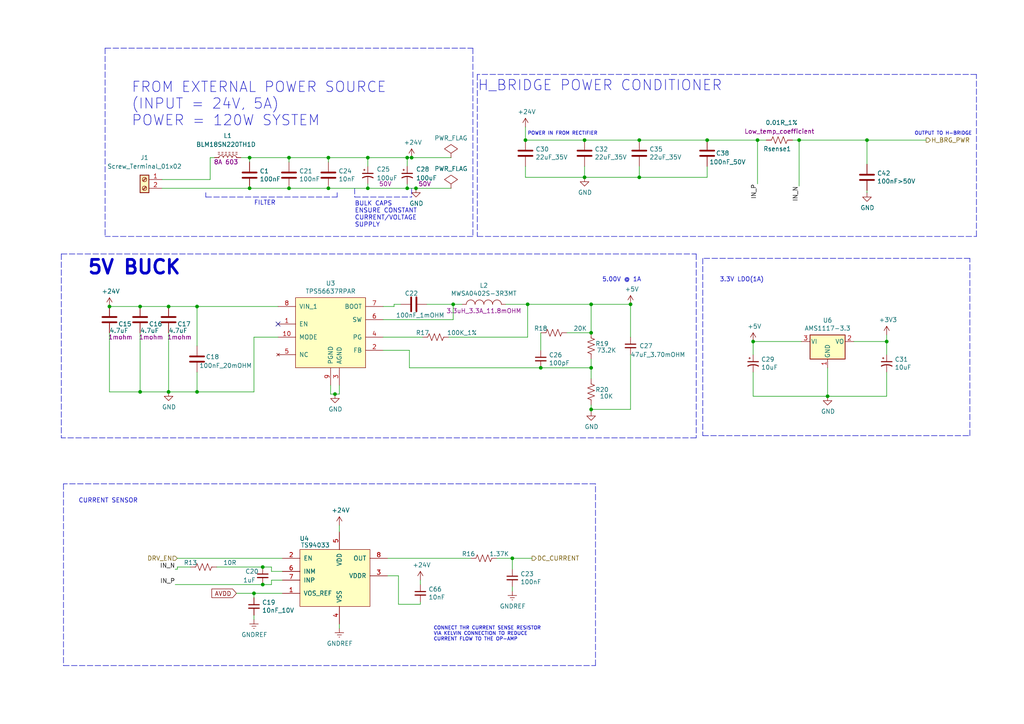
<source format=kicad_sch>
(kicad_sch (version 20211123) (generator eeschema)
  (paper "A4")
  (lib_symbols
    (symbol "Connector:Screw_Terminal_01x02" (pin_names (offset 1.016) hide)
      (property "Reference" "J" (at 0 2.54 0))
      (property "Value" "Screw_Terminal_01x02" (at 0 -5.08 0))
      (symbol "Screw_Terminal_01x02_1_1"
        (rectangle (start -1.27 1.27) (end 1.27 -3.81) (stroke (width 0.254)) (fill (type background)))
        (circle (center 0 -2.54) (radius 0.635) (stroke (width 0.1524)))
        (polyline (pts (xy -0.5334 -2.2098) (xy 0.3302 -3.048)) (stroke (width 0.1524)))
        (polyline (pts (xy -0.5334 0.3302) (xy 0.3302 -0.508)) (stroke (width 0.1524)))
        (polyline (pts (xy -0.3556 -2.032) (xy 0.508 -2.8702)) (stroke (width 0.1524)))
        (polyline (pts (xy -0.3556 0.508) (xy 0.508 -0.3302)) (stroke (width 0.1524)))
        (circle (center 0 0) (radius 0.635) (stroke (width 0.1524)))
        (pin passive line (at -5.08 0 0) (length 3.81) (name "Pin_1") (number "1"))
        (pin passive line (at -5.08 -2.54 0) (length 3.81) (name "Pin_2") (number "2"))
      )
    )
    (symbol "Device:C" (pin_numbers hide) (pin_names (offset 0.254))
      (property "Reference" "C" (at 0.635 2.54 0))
      (property "Value" "C" (at 0.635 -2.54 0))
      (symbol "C_0_1"
        (polyline (pts (xy -2.032 -0.762) (xy 2.032 -0.762)) (stroke (width 0.508)))
        (polyline (pts (xy -2.032 0.762) (xy 2.032 0.762)) (stroke (width 0.508)))
      )
      (symbol "C_1_1"
        (pin passive line (at 0 3.81 270) (length 2.794) (name "~") (number "1"))
        (pin passive line (at 0 -3.81 90) (length 2.794) (name "~") (number "2"))
      )
    )
    (symbol "Device:CP1_Small" (pin_numbers hide) (pin_names (offset 0.254) hide)
      (property "Reference" "C" (at 0.254 1.778 0))
      (property "Value" "Device_CP1_Small" (at 0.254 -2.032 0))
      (symbol "CP1_Small_0_1"
        (polyline (pts (xy -1.524 0.508) (xy 1.524 0.508)) (stroke (width 0.3048)))
        (polyline (pts (xy -1.27 1.524) (xy -0.762 1.524)))
        (polyline (pts (xy -1.016 1.27) (xy -1.016 1.778)))
        (arc (start 1.524 -0.762) (mid 0 -0.3734) (end -1.524 -0.762) (stroke (width 0.3048)))
      )
      (symbol "CP1_Small_1_1"
        (pin passive line (at 0 2.54 270) (length 2.032) (name "~") (number "1"))
        (pin passive line (at 0 -2.54 90) (length 2.032) (name "~") (number "2"))
      )
    )
    (symbol "Device:C_Polarized_Small_US" (pin_numbers hide) (pin_names (offset 0.254) hide)
      (property "Reference" "C" (at 0.254 1.778 0))
      (property "Value" "C_Polarized_Small_US" (at 0.254 -2.032 0))
      (symbol "C_Polarized_Small_US_0_1"
        (polyline (pts (xy -1.524 0.508) (xy 1.524 0.508)) (stroke (width 0.3048)))
        (polyline (pts (xy -1.27 1.524) (xy -0.762 1.524)))
        (polyline (pts (xy -1.016 1.27) (xy -1.016 1.778)))
        (arc (start 1.524 -0.762) (mid 0 -0.3734) (end -1.524 -0.762) (stroke (width 0.3048)))
      )
      (symbol "C_Polarized_Small_US_1_1"
        (pin passive line (at 0 2.54 270) (length 2.032) (name "~") (number "1"))
        (pin passive line (at 0 -2.54 90) (length 2.032) (name "~") (number "2"))
      )
    )
    (symbol "Device:C_Small" (pin_numbers hide) (pin_names (offset 0.254) hide)
      (property "Reference" "C" (at 0.254 1.778 0))
      (property "Value" "C_Small" (at 0.254 -2.032 0))
      (symbol "C_Small_0_1"
        (polyline (pts (xy -1.524 -0.508) (xy 1.524 -0.508)) (stroke (width 0.3302)))
        (polyline (pts (xy -1.524 0.508) (xy 1.524 0.508)) (stroke (width 0.3048)))
      )
      (symbol "C_Small_1_1"
        (pin passive line (at 0 2.54 270) (length 2.032) (name "~") (number "1"))
        (pin passive line (at 0 -2.54 90) (length 2.032) (name "~") (number "2"))
      )
    )
    (symbol "Device:L_Ferrite" (pin_numbers hide) (pin_names (offset 1.016) hide)
      (property "Reference" "L" (at -1.27 0 90))
      (property "Value" "L_Ferrite" (at 2.794 0 90))
      (symbol "L_Ferrite_0_1"
        (arc (start 0 -2.54) (mid 0.635 -1.905) (end 0 -1.27))
        (arc (start 0 -1.27) (mid 0.635 -0.635) (end 0 0))
        (polyline (pts (xy 1.016 -2.794) (xy 1.016 -2.286)))
        (polyline (pts (xy 1.016 -1.778) (xy 1.016 -1.27)))
        (polyline (pts (xy 1.016 -0.762) (xy 1.016 -0.254)))
        (polyline (pts (xy 1.016 0.254) (xy 1.016 0.762)))
        (polyline (pts (xy 1.016 1.27) (xy 1.016 1.778)))
        (polyline (pts (xy 1.016 2.286) (xy 1.016 2.794)))
        (polyline (pts (xy 1.524 -2.286) (xy 1.524 -2.794)))
        (polyline (pts (xy 1.524 -1.27) (xy 1.524 -1.778)))
        (polyline (pts (xy 1.524 -0.254) (xy 1.524 -0.762)))
        (polyline (pts (xy 1.524 0.762) (xy 1.524 0.254)))
        (polyline (pts (xy 1.524 1.778) (xy 1.524 1.27)))
        (polyline (pts (xy 1.524 2.794) (xy 1.524 2.286)))
        (arc (start 0 0) (mid 0.635 0.635) (end 0 1.27))
        (arc (start 0 1.27) (mid 0.635 1.905) (end 0 2.54))
      )
      (symbol "L_Ferrite_1_1"
        (pin passive line (at 0 3.81 270) (length 1.27) (name "1") (number "1"))
        (pin passive line (at 0 -3.81 90) (length 1.27) (name "2") (number "2"))
      )
    )
    (symbol "Device:R_US" (pin_numbers hide) (pin_names (offset 0))
      (property "Reference" "R" (at 2.54 0 90))
      (property "Value" "R_US" (at -2.54 0 90))
      (symbol "R_US_0_1"
        (polyline (pts (xy 0 -2.286) (xy 0 -2.54)))
        (polyline (pts (xy 0 2.286) (xy 0 2.54)))
        (polyline (pts (xy 0 -0.762) (xy 1.016 -1.143) (xy 0 -1.524) (xy -1.016 -1.905) (xy 0 -2.286)))
        (polyline (pts (xy 0 0.762) (xy 1.016 0.381) (xy 0 0) (xy -1.016 -0.381) (xy 0 -0.762)))
        (polyline (pts (xy 0 2.286) (xy 1.016 1.905) (xy 0 1.524) (xy -1.016 1.143) (xy 0 0.762)))
      )
      (symbol "R_US_1_1"
        (pin passive line (at 0 3.81 270) (length 1.27) (name "~") (number "1"))
        (pin passive line (at 0 -3.81 90) (length 1.27) (name "~") (number "2"))
      )
    )
    (symbol "GCL_Integrated-Circuits:TPS56637RPAR" (pin_names (offset 1.016))
      (property "Reference" "U" (at -8.89 0 0))
      (property "Value" "TPS56637RPAR" (at -6.35 -2.54 0))
      (symbol "TPS56637RPAR_1_1"
        (polyline (pts (xy -11.43 -3.81) (xy 8.89 -3.81) (xy 8.89 -24.13) (xy -11.43 -24.13) (xy -11.43 -3.81)) (stroke (width 0.1524)) (fill (type background)))
        (pin passive line (at -16.51 -11.43 0) (length 5.08) (name "EN") (number "1"))
        (pin passive line (at -16.51 -15.24 0) (length 5.08) (name "MODE") (number "10"))
        (pin passive line (at -16.51 -6.35 0) (length 5.08) hide (name "VIN_2") (number "11"))
        (pin passive line (at -16.51 -6.35 0) (length 5.08) hide (name "VIN_3") (number "12"))
        (pin passive line (at -16.51 -6.35 0) (length 5.08) hide (name "VIN_4") (number "13"))
        (pin passive line (at 13.97 -19.05 180) (length 5.08) (name "FB") (number "2"))
        (pin passive line (at 1.27 -29.21 90) (length 5.08) (name "AGND") (number "3"))
        (pin passive line (at 13.97 -15.24 180) (length 5.08) (name "PG") (number "4"))
        (pin no_connect line (at -16.51 -20.32 0) (length 5.08) (name "NC") (number "5"))
        (pin passive line (at 13.97 -10.16 180) (length 5.08) (name "SW") (number "6"))
        (pin passive line (at 13.97 -6.35 180) (length 5.08) (name "BOOT") (number "7"))
        (pin passive line (at -16.51 -6.35 0) (length 5.08) (name "VIN_1") (number "8"))
        (pin passive line (at -1.27 -29.21 90) (length 5.08) (name "PGND") (number "9"))
      )
    )
    (symbol "GCL_Integrated-Circuits:TS94033" (pin_names (offset 1.016))
      (property "Reference" "U" (at -8.89 -5.08 0))
      (property "Value" "TS94033" (at -8.89 -7.62 0))
      (symbol "TS94033_1_1"
        (polyline (pts (xy -11.43 -8.89) (xy 8.89 -8.89) (xy 8.89 -25.4) (xy -11.43 -25.4) (xy -11.43 -8.89)) (stroke (width 0.1524)) (fill (type background)))
        (pin passive line (at -16.51 -21.59 0) (length 5.08) (name "VOS_REF") (number "1"))
        (pin passive line (at -16.51 -11.43 0) (length 5.08) (name "EN") (number "2"))
        (pin passive line (at 13.97 -16.51 180) (length 5.08) (name "VDDR") (number "3"))
        (pin power_in line (at 0 -30.48 90) (length 5.08) (name "VSS") (number "4"))
        (pin power_in line (at 0 -3.81 270) (length 5.08) (name "VDD") (number "5"))
        (pin passive line (at -16.51 -15.24 0) (length 5.08) (name "INM") (number "6"))
        (pin passive line (at -16.51 -17.78 0) (length 5.08) (name "INP") (number "7"))
        (pin passive line (at 13.97 -11.43 180) (length 5.08) (name "OUT") (number "8"))
      )
    )
    (symbol "Regulator_Linear:AMS1117-3.3" (pin_names (offset 0.254))
      (property "Reference" "U" (at -3.81 3.175 0))
      (property "Value" "AMS1117-3.3" (at 0 3.175 0))
      (symbol "AMS1117-3.3_0_1"
        (rectangle (start -5.08 -5.08) (end 5.08 1.905) (stroke (width 0.254)) (fill (type background)))
      )
      (symbol "AMS1117-3.3_1_1"
        (pin power_in line (at 0 -7.62 90) (length 2.54) (name "GND") (number "1"))
        (pin power_out line (at 7.62 0 180) (length 2.54) (name "VO") (number "2"))
        (pin power_in line (at -7.62 0 0) (length 2.54) (name "VI") (number "3"))
      )
    )
    (symbol "The_Qi_wireless_charger_tx-rescue:+3.3V-OLIMEX_Power" (power) (pin_names (offset 0))
      (property "Value" "+3.3V-OLIMEX_Power" (at 0 3.556 0))
      (symbol "+3.3V-OLIMEX_Power_0_1"
        (polyline (pts (xy -0.762 1.27) (xy 0 2.54)))
        (polyline (pts (xy 0 0) (xy 0 2.54)))
        (polyline (pts (xy 0 2.54) (xy 0.762 1.27)))
      )
      (symbol "+3.3V-OLIMEX_Power_1_1"
        (pin power_in line (at 0 0 90) (length 0) hide (name "+3V3") (number "1"))
      )
    )
    (symbol "The_Qi_wireless_charger_tx-rescue:+5V-OLIMEX_Power" (power) (pin_names (offset 0))
      (property "Value" "+5V-OLIMEX_Power" (at 0 3.556 0))
      (symbol "+5V-OLIMEX_Power_0_1"
        (polyline (pts (xy -0.762 1.27) (xy 0 2.54)))
        (polyline (pts (xy 0 0) (xy 0 2.54)))
        (polyline (pts (xy 0 2.54) (xy 0.762 1.27)))
      )
      (symbol "+5V-OLIMEX_Power_1_1"
        (pin power_in line (at 0 0 90) (length 0) hide (name "+5V") (number "1"))
      )
    )
    (symbol "The_Qi_wireless_charger_tx-rescue:GND-OLIMEX_Power" (power) (pin_names (offset 0))
      (property "Value" "GND-OLIMEX_Power" (at 0 -3.81 0))
      (symbol "GND-OLIMEX_Power_0_1"
        (polyline (pts (xy 0 0) (xy 0 -1.27) (xy 1.27 -1.27) (xy 0 -2.54) (xy -1.27 -1.27) (xy 0 -1.27)))
      )
      (symbol "GND-OLIMEX_Power_1_1"
        (pin power_in line (at 0 0 270) (length 0) hide (name "GND") (number "1"))
      )
    )
    (symbol "The_Qi_wireless_charger_tx-rescue:GNDREF-OLIMEX_Power" (power) (pin_names (offset 0))
      (property "Value" "GNDREF-OLIMEX_Power" (at 0 -3.81 0))
      (symbol "GNDREF-OLIMEX_Power_0_1"
        (polyline (pts (xy -0.635 -1.905) (xy 0.635 -1.905)))
        (polyline (pts (xy -0.127 -2.54) (xy 0.127 -2.54)))
        (polyline (pts (xy 0 -1.27) (xy 0 0)))
        (polyline (pts (xy 1.27 -1.27) (xy -1.27 -1.27)))
      )
      (symbol "GNDREF-OLIMEX_Power_1_1"
        (pin power_in line (at 0 0 270) (length 0) hide (name "GNDREF") (number "1"))
      )
    )
    (symbol "The_Qi_wireless_charger_tx-rescue:INDUCTOR_SMALL-OLIMEX_RCL" (pin_numbers hide) (pin_names (offset 0) hide)
      (property "Reference" "L" (at 0 2.54 0))
      (property "Value" "INDUCTOR_SMALL-OLIMEX_RCL" (at 0 -1.27 0))
      (symbol "INDUCTOR_SMALL-OLIMEX_RCL_0_1"
        (arc (start -2.54 0) (mid -3.81 1.27) (end -5.08 0))
        (arc (start 0 0) (mid -1.27 1.27) (end -2.54 0))
        (arc (start 2.54 0) (mid 1.27 1.27) (end 0 0))
        (arc (start 5.08 0) (mid 3.81 1.27) (end 2.54 0))
      )
      (symbol "INDUCTOR_SMALL-OLIMEX_RCL_1_1"
        (pin input line (at -6.35 0 0) (length 1.27) (name "1") (number "1"))
        (pin input line (at 6.35 0 180) (length 1.27) (name "2") (number "2"))
      )
    )
    (symbol "The_Qi_wireless_charger_tx-rescue:PWR_FLAG-OLIMEX_Power" (power) (pin_numbers hide) (pin_names (offset 0) hide)
      (property "Value" "PWR_FLAG-OLIMEX_Power" (at 0 4.572 0))
      (symbol "PWR_FLAG-OLIMEX_Power_0_0"
        (pin power_out line (at 0 0 90) (length 0) (name "pwr") (number "1"))
      )
      (symbol "PWR_FLAG-OLIMEX_Power_0_1"
        (polyline (pts (xy 0 0) (xy 0 1.27) (xy -1.905 2.54) (xy 0 3.81) (xy 1.905 2.54) (xy 0 1.27)))
      )
    )
    (symbol "power:+24V" (power) (pin_names (offset 0))
      (property "Value" "+24V" (at 0 3.556 0))
      (symbol "+24V_0_1"
        (polyline (pts (xy -0.762 1.27) (xy 0 2.54)))
        (polyline (pts (xy 0 0) (xy 0 2.54)))
        (polyline (pts (xy 0 2.54) (xy 0.762 1.27)))
      )
      (symbol "+24V_1_1"
        (pin power_in line (at 0 0 90) (length 0) hide (name "+24V") (number "1"))
      )
    )
  )
  (junction (at 40.64 113.665))
  (junction (at 118.11 45.72))
  (junction (at 83.82 54.61))
  (junction (at 106.68 54.61))
  (junction (at 131.445 88.265))
  (junction (at 153.035 88.265))
  (junction (at 171.45 96.52))
  (junction (at 185.42 51.435))
  (junction (at 57.15 113.665))
  (junction (at 231.775 40.64))
  (junction (at 171.45 118.745))
  (junction (at 119.38 45.72))
  (junction (at 106.68 45.72))
  (junction (at 76.2 164.465))
  (junction (at 218.44 99.06))
  (junction (at 57.15 88.9))
  (junction (at 156.845 106.68))
  (junction (at 72.39 45.72))
  (junction (at 240.03 114.935))
  (junction (at 182.88 88.265))
  (junction (at 169.545 51.435))
  (junction (at 251.46 40.64))
  (junction (at 219.71 40.64))
  (junction (at 73.66 172.085))
  (junction (at 205.105 40.64))
  (junction (at 97.155 114.3))
  (junction (at 72.39 54.61))
  (junction (at 83.82 45.72))
  (junction (at 48.895 113.665))
  (junction (at 171.45 88.265))
  (junction (at 169.545 40.64))
  (junction (at 76.2 169.545))
  (junction (at 95.25 54.61))
  (junction (at 48.895 88.9))
  (junction (at 257.175 99.06))
  (junction (at 185.42 40.64))
  (junction (at 95.25 45.72))
  (junction (at 152.4 40.64))
  (junction (at 40.64 88.9))
  (junction (at 118.11 54.61))
  (junction (at 120.65 54.61))
  (junction (at 31.75 88.9))
  (junction (at 171.45 106.68))
  (junction (at 148.59 161.925))
  (no_connect (at 80.645 93.98))
  (wire (pts (xy 118.745 101.6) (xy 111.125 101.6)))
  (wire (pts (xy 46.99 52.07) (xy 60.96 52.07)))
  (polyline (pts (xy 30.48 13.97) (xy 137.16 13.97)))
  (wire (pts (xy 182.88 118.745) (xy 171.45 118.745)))
  (wire (pts (xy 153.035 97.79) (xy 130.175 97.79)))
  (wire (pts (xy 122.555 97.79) (xy 111.125 97.79)))
  (wire (pts (xy 95.25 54.61) (xy 106.68 54.61)))
  (wire (pts (xy 251.46 55.88) (xy 251.46 55.245)))
  (wire (pts (xy 131.445 88.265) (xy 131.445 92.71)))
  (wire (pts (xy 131.445 88.265) (xy 133.985 88.265)))
  (wire (pts (xy 171.45 106.68) (xy 171.45 109.855)))
  (wire (pts (xy 69.85 45.72) (xy 72.39 45.72)))
  (polyline (pts (xy 102.87 54.61) (xy 102.87 57.15)))
  (wire (pts (xy 257.175 99.06) (xy 257.175 102.87)))
  (wire (pts (xy 83.82 54.61) (xy 95.25 54.61)))
  (wire (pts (xy 218.44 102.87) (xy 218.44 99.06)))
  (wire (pts (xy 231.775 40.64) (xy 251.46 40.64)))
  (wire (pts (xy 31.75 113.665) (xy 40.64 113.665)))
  (wire (pts (xy 76.2 169.545) (xy 78.74 169.545)))
  (polyline (pts (xy 59.69 55.88) (xy 59.69 57.15)))
  (wire (pts (xy 111.125 88.9) (xy 114.3 88.9)))
  (wire (pts (xy 171.45 119.38) (xy 171.45 118.745)))
  (wire (pts (xy 152.4 36.83) (xy 152.4 40.64)))
  (wire (pts (xy 257.175 107.95) (xy 257.175 114.935)))
  (wire (pts (xy 123.825 88.265) (xy 131.445 88.265)))
  (wire (pts (xy 60.96 45.72) (xy 62.23 45.72)))
  (polyline (pts (xy 137.16 68.58) (xy 30.48 68.58)))
  (wire (pts (xy 60.96 52.07) (xy 60.96 45.72)))
  (wire (pts (xy 153.035 88.265) (xy 153.035 97.79)))
  (wire (pts (xy 219.71 40.64) (xy 222.25 40.64)))
  (wire (pts (xy 31.75 88.9) (xy 40.64 88.9)))
  (wire (pts (xy 148.59 165.1) (xy 148.59 161.925)))
  (wire (pts (xy 121.92 175.26) (xy 121.92 174.625)))
  (wire (pts (xy 148.59 170.18) (xy 148.59 171.45)))
  (wire (pts (xy 95.25 45.72) (xy 106.68 45.72)))
  (wire (pts (xy 148.59 161.925) (xy 154.305 161.925)))
  (wire (pts (xy 219.71 40.64) (xy 219.71 53.34)))
  (wire (pts (xy 80.645 97.79) (xy 73.66 97.79)))
  (wire (pts (xy 251.46 40.64) (xy 251.46 47.625)))
  (wire (pts (xy 112.395 167.005) (xy 115.57 167.005)))
  (wire (pts (xy 152.4 51.435) (xy 152.4 48.26)))
  (wire (pts (xy 76.2 164.465) (xy 62.865 164.465)))
  (polyline (pts (xy 281.305 74.93) (xy 203.835 74.93)))
  (wire (pts (xy 48.895 88.9) (xy 57.15 88.9)))
  (wire (pts (xy 171.45 118.745) (xy 171.45 117.475)))
  (polyline (pts (xy 203.835 74.93) (xy 203.835 126.365)))
  (polyline (pts (xy 59.69 57.15) (xy 97.79 57.15)))
  (wire (pts (xy 95.885 114.3) (xy 97.155 114.3)))
  (wire (pts (xy 185.42 48.26) (xy 185.42 51.435)))
  (wire (pts (xy 153.035 88.265) (xy 171.45 88.265)))
  (wire (pts (xy 106.68 45.72) (xy 106.68 48.26)))
  (wire (pts (xy 115.57 167.005) (xy 115.57 175.26)))
  (polyline (pts (xy 138.43 21.59) (xy 138.43 68.58)))
  (wire (pts (xy 205.105 51.435) (xy 185.42 51.435)))
  (wire (pts (xy 205.105 40.64) (xy 219.71 40.64)))
  (wire (pts (xy 106.68 54.61) (xy 118.11 54.61)))
  (wire (pts (xy 131.445 92.71) (xy 111.125 92.71)))
  (wire (pts (xy 81.915 165.735) (xy 78.74 165.735)))
  (wire (pts (xy 118.11 53.34) (xy 118.11 54.61)))
  (wire (pts (xy 232.41 99.06) (xy 218.44 99.06)))
  (wire (pts (xy 205.105 48.26) (xy 205.105 51.435)))
  (polyline (pts (xy 201.93 73.66) (xy 201.93 127)))
  (wire (pts (xy 257.175 99.06) (xy 257.175 97.155)))
  (wire (pts (xy 171.45 88.265) (xy 182.88 88.265)))
  (wire (pts (xy 48.895 113.665) (xy 48.895 96.52)))
  (wire (pts (xy 73.66 97.79) (xy 73.66 113.665)))
  (wire (pts (xy 169.545 48.26) (xy 169.545 51.435)))
  (wire (pts (xy 118.11 45.72) (xy 118.11 48.26)))
  (wire (pts (xy 156.845 96.52) (xy 156.845 101.6)))
  (wire (pts (xy 182.88 102.87) (xy 182.88 118.745)))
  (wire (pts (xy 40.64 113.665) (xy 48.895 113.665)))
  (wire (pts (xy 51.435 165.1) (xy 50.8 165.1)))
  (wire (pts (xy 218.44 114.935) (xy 218.44 107.95)))
  (polyline (pts (xy 17.78 73.66) (xy 201.93 73.66)))
  (wire (pts (xy 73.66 172.085) (xy 81.915 172.085)))
  (polyline (pts (xy 172.72 193.04) (xy 172.72 140.335)))
  (polyline (pts (xy 137.16 13.97) (xy 137.16 68.58)))
  (polyline (pts (xy 17.78 73.66) (xy 17.78 127)))
  (polyline (pts (xy 138.43 68.58) (xy 283.21 68.58)))
  (polyline (pts (xy 283.21 68.58) (xy 283.21 21.59)))
  (wire (pts (xy 106.68 45.72) (xy 118.11 45.72)))
  (wire (pts (xy 156.845 106.68) (xy 171.45 106.68)))
  (polyline (pts (xy 102.87 57.15) (xy 119.38 57.15)))
  (wire (pts (xy 98.425 154.305) (xy 98.425 152.4)))
  (wire (pts (xy 97.155 114.3) (xy 98.425 114.3)))
  (wire (pts (xy 51.435 164.465) (xy 51.435 165.1)))
  (polyline (pts (xy 119.38 54.61) (xy 119.38 57.15)))
  (wire (pts (xy 98.425 182.245) (xy 98.425 180.975)))
  (wire (pts (xy 83.82 45.72) (xy 95.25 45.72)))
  (wire (pts (xy 73.66 173.355) (xy 73.66 172.085)))
  (wire (pts (xy 121.92 169.545) (xy 121.92 168.275)))
  (wire (pts (xy 257.175 114.935) (xy 240.03 114.935)))
  (wire (pts (xy 80.645 88.9) (xy 57.15 88.9)))
  (wire (pts (xy 229.87 40.64) (xy 231.775 40.64)))
  (polyline (pts (xy 18.415 193.04) (xy 172.72 193.04)))
  (wire (pts (xy 115.57 175.26) (xy 121.92 175.26)))
  (wire (pts (xy 83.82 45.72) (xy 83.82 46.99)))
  (polyline (pts (xy 30.48 13.97) (xy 30.48 68.58)))
  (wire (pts (xy 40.64 96.52) (xy 40.64 113.665)))
  (wire (pts (xy 57.15 107.95) (xy 57.15 113.665)))
  (wire (pts (xy 78.74 165.735) (xy 78.74 164.465)))
  (wire (pts (xy 81.915 161.925) (xy 51.435 161.925)))
  (polyline (pts (xy 97.79 55.88) (xy 97.79 57.15)))
  (wire (pts (xy 120.65 54.61) (xy 130.81 54.61)))
  (polyline (pts (xy 18.415 140.335) (xy 18.415 193.04)))
  (wire (pts (xy 114.3 88.265) (xy 116.205 88.265)))
  (wire (pts (xy 57.15 100.33) (xy 57.15 88.9)))
  (wire (pts (xy 247.65 99.06) (xy 257.175 99.06)))
  (wire (pts (xy 31.75 96.52) (xy 31.75 113.665)))
  (polyline (pts (xy 283.21 21.59) (xy 138.43 21.59)))
  (wire (pts (xy 55.245 164.465) (xy 51.435 164.465)))
  (wire (pts (xy 95.885 111.76) (xy 95.885 114.3)))
  (wire (pts (xy 118.11 54.61) (xy 120.65 54.61)))
  (wire (pts (xy 46.99 54.61) (xy 72.39 54.61)))
  (wire (pts (xy 240.03 106.68) (xy 240.03 114.935)))
  (wire (pts (xy 118.745 106.68) (xy 118.745 101.6)))
  (wire (pts (xy 144.145 161.925) (xy 148.59 161.925)))
  (wire (pts (xy 72.39 54.61) (xy 83.82 54.61)))
  (wire (pts (xy 251.46 40.64) (xy 268.605 40.64)))
  (wire (pts (xy 169.545 40.64) (xy 185.42 40.64)))
  (polyline (pts (xy 203.835 126.365) (xy 281.305 126.365)))
  (wire (pts (xy 78.74 164.465) (xy 76.2 164.465)))
  (wire (pts (xy 78.74 169.545) (xy 78.74 168.275)))
  (wire (pts (xy 171.45 88.265) (xy 171.45 96.52)))
  (wire (pts (xy 119.38 45.72) (xy 130.81 45.72)))
  (polyline (pts (xy 201.93 127) (xy 17.78 127)))
  (wire (pts (xy 73.66 113.665) (xy 57.15 113.665)))
  (wire (pts (xy 72.39 45.72) (xy 72.39 46.99)))
  (wire (pts (xy 169.545 51.435) (xy 152.4 51.435)))
  (wire (pts (xy 72.39 45.72) (xy 83.82 45.72)))
  (wire (pts (xy 118.11 45.72) (xy 119.38 45.72)))
  (wire (pts (xy 95.25 45.72) (xy 95.25 46.99)))
  (wire (pts (xy 73.66 172.085) (xy 68.58 172.085)))
  (wire (pts (xy 112.395 161.925) (xy 136.525 161.925)))
  (wire (pts (xy 185.42 40.64) (xy 205.105 40.64)))
  (polyline (pts (xy 172.72 140.335) (xy 18.415 140.335)))
  (wire (pts (xy 240.03 114.935) (xy 218.44 114.935)))
  (wire (pts (xy 78.74 168.275) (xy 81.915 168.275)))
  (wire (pts (xy 106.68 53.34) (xy 106.68 54.61)))
  (wire (pts (xy 152.4 40.64) (xy 169.545 40.64)))
  (wire (pts (xy 114.3 88.9) (xy 114.3 88.265)))
  (wire (pts (xy 76.2 169.545) (xy 50.8 169.545)))
  (polyline (pts (xy 281.305 126.365) (xy 281.305 74.93)))
  (wire (pts (xy 57.15 113.665) (xy 48.895 113.665)))
  (wire (pts (xy 156.845 106.68) (xy 118.745 106.68)))
  (wire (pts (xy 182.88 88.265) (xy 182.88 97.79)))
  (wire (pts (xy 40.64 88.9) (xy 48.895 88.9)))
  (wire (pts (xy 171.45 106.68) (xy 171.45 104.14)))
  (wire (pts (xy 231.775 40.64) (xy 231.775 53.975)))
  (wire (pts (xy 185.42 51.435) (xy 169.545 51.435)))
  (wire (pts (xy 98.425 114.3) (xy 98.425 111.76)))
  (wire (pts (xy 146.685 88.265) (xy 153.035 88.265)))
  (wire (pts (xy 171.45 96.52) (xy 164.465 96.52)))
  (wire (pts (xy 73.66 178.435) (xy 73.66 179.705)))
  (text "OUTPUT TO H-BRIDGE" (at 281.94 39.37 180) (effects (font (size 0.9906 0.9906)) (justify right bottom)))
  (text "5.00V @ 1A" (at 174.625 81.915 0) (effects (font (size 1.27 1.27)) (justify left bottom)))
  (text "BULK CAPS\nENSURE CONSTANT\nCURRENT/VOLTAGE\nSUPPLY" (at 102.87 66.04 0) (effects (font (size 1.27 1.27)) (justify left bottom)))
  (text "POWER IN FROM RECTIFIER" (at 173.355 39.37 180) (effects (font (size 0.9906 0.9906)) (justify right bottom)))
  (text "FROM EXTERNAL POWER SOURCE\n(INPUT = 24V, 5A)\nPOWER = 120W SYSTEM" (at 38.1 36.83 0) (effects (font (size 3 3)) (justify left bottom)))
  (text "FILTER" (at 73.66 59.69 0) (effects (font (size 1.27 1.27)) (justify left bottom)))
  (text "H_BRIDGE POWER CONDITIONER\n" (at 209.55 26.67 180) (effects (font (size 3 3)) (justify right bottom)))
  (text "CONNECT THR CURRENT SENSE RESISTOR \nVIA KELVIN CONNECTION TO REDUCE \nCURRENT FLOW TO THE OP-AMP" (at 125.73 186.055 0) (effects (font (size 0.9906 0.9906)) (justify left bottom)))
  (text "3.3V LDO(1A)" (at 221.615 81.915 180) (effects (font (size 1.27 1.27)) (justify right bottom)))
  (text "5V BUCK\n" (at 52.705 80.01 180) (effects (font (size 4 4) (thickness 0.8) bold) (justify right bottom)))
  (text "CURRENT SENSOR" (at 40.005 146.05 180) (effects (font (size 1.27 1.27)) (justify right bottom)))
  (label "IN_N" (at 231.775 53.975 270))
  (label "IN_P" (at 219.71 53.34 270))
  (label "IN_P" (at 50.8 169.545 180))
  (label "IN_N" (at 50.8 165.1 180))
  (global_label "AVDD" (shape input) (at 68.58 172.085 180) (property "Intersheet References" "${INTERSHEET_REFS}" (effects hide)))
  (hierarchical_label "DC_CURRENT" (shape output) (at 154.305 161.925 0))
  (hierarchical_label "H_BRG_PWR" (shape output) (at 268.605 40.64 0))
  (hierarchical_label "DRV_EN" (shape input) (at 51.435 161.925 180))
  (symbol (lib_id "Device:C_Small") (at 73.66 175.895 0) (unit 1)
    (property "Reference" "C19" (at 75.9968 174.7266 0) (effects (justify left)))
    (property "Value" "10nF_10V" (at 75.9968 177.038 0) (effects (justify left)))
    (property "Footprint" "Capacitor_SMD:C_0402_1005Metric" (effects hide))
    (property "MFR" "CL05B104KO5NNNC" (effects hide))
    (property "Vendor" "LCSC" (effects hide))
  )
  (symbol (lib_id "The_Qi_wireless_charger_tx-rescue:GNDREF-OLIMEX_Power") (at 73.66 179.705 0) (unit 1)
    (property "Reference" "#PWR0123" (effects hide))
    (property "Value" "GNDREF" (at 73.787 184.0992 0))
  )
  (symbol (lib_id "The_Qi_wireless_charger_tx-rescue:GNDREF-OLIMEX_Power") (at 98.425 182.245 0) (unit 1)
    (property "Reference" "#PWR0124" (effects hide))
    (property "Value" "GNDREF" (at 98.552 186.6392 0))
  )
  (symbol (lib_id "Device:C_Small") (at 148.59 167.64 0) (unit 1)
    (property "Reference" "C23" (at 150.9268 166.4716 0) (effects (justify left)))
    (property "Value" "100nF" (at 150.9268 168.783 0) (effects (justify left)))
    (property "Footprint" "Capacitor_SMD:C_0402_1005Metric" (effects hide))
    (property "MFR" "CL05A104KA5NNNC" (effects hide))
    (property "Vendor" "LCSC" (effects hide))
  )
  (symbol (lib_id "The_Qi_wireless_charger_tx-rescue:GNDREF-OLIMEX_Power") (at 148.59 171.45 0) (unit 1)
    (property "Reference" "#PWR0125" (effects hide))
    (property "Value" "GNDREF" (at 148.717 175.8442 0))
  )
  (symbol (lib_id "GCL_Integrated-Circuits:TS94033") (at 98.425 150.495 0) (unit 1)
    (property "Reference" "U4" (at 88.265 156.21 0))
    (property "Value" "TS94033" (at 91.44 158.115 0))
    (property "Footprint" "greencharge-footprints:SOT65P280X145-8N" (effects hide))
    (property "Vendor" "Mouser" (effects hide))
  )
  (symbol (lib_id "Device:R_US") (at 59.055 164.465 90) (unit 1)
    (property "Reference" "R13" (at 55.245 163.195 90))
    (property "Value" "10R" (at 66.675 163.195 90))
    (property "Footprint" "Resistor_SMD:R_0402_1005Metric" (effects hide))
    (property "MFR" "ERJP06J752V" (effects hide))
    (property "Vendor" "LCSC" (effects hide))
  )
  (symbol (lib_id "Device:C_Small") (at 76.2 167.005 0) (unit 1)
    (property "Reference" "C20" (at 71.12 165.735 0) (effects (justify left)))
    (property "Value" "1uF" (at 70.485 168.275 0) (effects (justify left)))
    (property "Footprint" "Capacitor_SMD:C_0402_1005Metric" (effects hide))
    (property "MFR" "CL05A105KA5NQNC" (effects hide))
    (property "Vendor" "LCSC" (effects hide))
  )
  (symbol (lib_id "power:+24V") (at 152.4 36.83 0) (unit 1)
    (property "Reference" "#PWR0126" (effects hide))
    (property "Value" "+24V" (at 152.781 32.4358 0))
  )
  (symbol (lib_id "Device:C") (at 152.4 44.45 0) (unit 1)
    (property "Reference" "C30" (at 155.321 43.2816 0) (effects (justify left)))
    (property "Value" "22uF_35V" (at 155.321 45.593 0) (effects (justify left)))
    (property "Footprint" "Capacitor_SMD:C_1206_3216Metric" (effects hide))
    (property "Vendor" "LCSC" (effects hide))
  )
  (symbol (lib_id "Device:C") (at 169.545 44.45 0) (unit 1)
    (property "Reference" "C32" (at 172.466 43.2816 0) (effects (justify left)))
    (property "Value" "22uF_35V" (at 172.466 45.593 0) (effects (justify left)))
    (property "Footprint" "Capacitor_SMD:C_1206_3216Metric" (effects hide))
    (property "MFR" "C2012X5R1V226MT000E" (effects hide))
    (property "Vendor" "LCSC" (effects hide))
  )
  (symbol (lib_id "Device:C") (at 185.42 44.45 0) (unit 1)
    (property "Reference" "C35" (at 188.341 43.2816 0) (effects (justify left)))
    (property "Value" "22uF_35V" (at 188.341 45.593 0) (effects (justify left)))
    (property "Footprint" "Capacitor_SMD:C_1206_3216Metric" (effects hide))
    (property "MFR" "C2012X5R1V226MT000E" (effects hide))
    (property "Vendor" "LCSC" (effects hide))
  )
  (symbol (lib_id "Device:C") (at 205.105 44.45 0) (unit 1)
    (property "Reference" "C38" (at 207.645 44.45 0) (effects (justify left)))
    (property "Value" "100nF_50V" (at 205.74 46.99 0) (effects (justify left)))
    (property "Footprint" "Capacitor_SMD:C_0402_1005Metric" (effects hide))
    (property "MFR" "0402F104M500NT" (effects hide))
    (property "Vendor" "LCSC" (effects hide))
  )
  (symbol (lib_id "Device:R_US") (at 226.06 40.64 90) (unit 1)
    (property "Reference" "Rsense1" (at 225.425 43.18 90))
    (property "Value" "0.01R_1%" (at 226.695 35.56 90))
    (property "Footprint" "Resistor_SMD:R_0805_2012Metric" (effects hide))
    (property "Description" "Low_temp_coefficient" (at 226.06 38.1 90))
    (property "MFR" "RTT25R020FTE" (effects hide))
    (property "Vendor" "LCSC" (effects hide))
  )
  (symbol (lib_id "Device:C") (at 251.46 51.435 0) (unit 1)
    (property "Reference" "C42" (at 254.381 50.2666 0) (effects (justify left)))
    (property "Value" "100nF>50V" (at 254.381 52.578 0) (effects (justify left)))
    (property "Footprint" "Capacitor_SMD:C_0402_1005Metric" (effects hide))
    (property "MFR" "0402F104M500NT" (effects hide))
    (property "Vendor" "LCSC" (effects hide))
  )
  (symbol (lib_id "The_Qi_wireless_charger_tx-rescue:GND-OLIMEX_Power") (at 169.545 51.435 0) (unit 1)
    (property "Reference" "#PWR0127" (effects hide))
    (property "Value" "GND" (at 169.672 55.8292 0))
  )
  (symbol (lib_id "The_Qi_wireless_charger_tx-rescue:GND-OLIMEX_Power") (at 251.46 55.88 0) (unit 1)
    (property "Reference" "#PWR0128" (effects hide))
    (property "Value" "GND" (at 251.587 60.2742 0))
  )
  (symbol (lib_id "power:+24V") (at 98.425 152.4 0) (unit 1)
    (property "Reference" "#PWR0129" (effects hide))
    (property "Value" "+24V" (at 98.806 148.0058 0))
  )
  (symbol (lib_id "The_Qi_wireless_charger_tx-rescue:PWR_FLAG-OLIMEX_Power") (at 130.81 45.72 0) (unit 1)
    (property "Reference" "#FLG0102" (effects hide))
    (property "Value" "PWR_FLAG" (at 130.81 40.0558 0))
  )
  (symbol (lib_id "GCL_Integrated-Circuits:TPS56637RPAR") (at 97.155 82.55 0) (unit 1)
    (property "Reference" "U3" (at 95.885 82.169 0))
    (property "Value" "TPS56637RPAR" (at 95.885 84.4804 0))
    (property "Footprint" "greencharge-footprints:TPS56637RPAR" (effects hide))
  )
  (symbol (lib_id "power:+24V") (at 31.75 88.9 0) (unit 1)
    (property "Reference" "#PWR0130" (effects hide))
    (property "Value" "+24V" (at 32.131 84.5058 0))
  )
  (symbol (lib_id "Device:C") (at 57.15 104.14 0) (unit 1)
    (property "Reference" "C18" (at 59.69 103.505 0) (effects (justify left)))
    (property "Value" "100nF_20mOHM" (at 57.785 106.045 0) (effects (justify left)))
    (property "Footprint" "Capacitor_SMD:C_0402_1005Metric" (effects hide))
    (property "MFR" "0603B104K500NT" (effects hide))
    (property "Vendor" "DigiKey" (effects hide))
  )
  (symbol (lib_id "The_Qi_wireless_charger_tx-rescue:GND-OLIMEX_Power") (at 48.895 113.665 0) (unit 1)
    (property "Reference" "#PWR0131" (effects hide))
    (property "Value" "GND" (at 49.022 118.0592 0))
  )
  (symbol (lib_id "The_Qi_wireless_charger_tx-rescue:GND-OLIMEX_Power") (at 97.155 114.3 0) (unit 1)
    (property "Reference" "#PWR0132" (effects hide))
    (property "Value" "GND" (at 97.282 118.6942 0))
  )
  (symbol (lib_id "Device:C") (at 120.015 88.265 90) (unit 1)
    (property "Reference" "C22" (at 121.285 85.09 90) (effects (justify left)))
    (property "Value" "100nF_1mOHM" (at 128.905 91.44 90) (effects (justify left)))
    (property "Footprint" "Capacitor_SMD:C_0402_1005Metric" (effects hide))
    (property "MFR" "0402B104K160NT" (effects hide))
    (property "Vendor" "LCSC" (effects hide))
  )
  (symbol (lib_id "The_Qi_wireless_charger_tx-rescue:INDUCTOR_SMALL-OLIMEX_RCL") (at 140.335 88.265 0) (unit 1)
    (property "Reference" "L2" (at 140.335 82.804 0))
    (property "Value" "MWSA0402S-3R3MT" (at 140.335 85.1154 0))
    (property "Footprint" "greencharge-footprints:MWSA0402-xxx" (effects hide))
    (property "Description" "3.3uH_3.3A_11.8mOHM" (at 140.335 90.17 0))
    (property "MFR" "PA4342.332NLT" (effects hide))
    (property "Vendor" "DigiKey" (effects hide))
  )
  (symbol (lib_id "Device:R_US") (at 126.365 97.79 90) (unit 1)
    (property "Reference" "R17" (at 122.555 96.52 90))
    (property "Value" "100K_1%" (at 133.985 96.52 90))
    (property "Footprint" "Resistor_SMD:R_0603_1608Metric" (effects hide))
    (property "MFR" "RC0603FR-07100KL" (effects hide))
    (property "Vendor" "LCSC" (effects hide))
  )
  (symbol (lib_id "Device:R_US") (at 160.655 96.52 90) (unit 1)
    (property "Reference" "R18" (at 156.845 95.25 90))
    (property "Value" "20K" (at 168.275 95.25 90))
    (property "Footprint" "Resistor_SMD:R_0603_1608Metric" (effects hide))
    (property "MFR" "RS-03K2002FT" (effects hide))
    (property "Vendor" "LCSC" (effects hide))
  )
  (symbol (lib_id "Device:C_Small") (at 156.845 104.14 0) (unit 1)
    (property "Reference" "C26" (at 159.1818 102.9716 0) (effects (justify left)))
    (property "Value" "100pF" (at 159.1818 105.283 0) (effects (justify left)))
    (property "Footprint" "Capacitor_SMD:C_0402_1005Metric" (effects hide))
    (property "MFR" "CC0402JRNPO9BN101" (effects hide))
    (property "Vendor" "LCSC" (effects hide))
  )
  (symbol (lib_id "Device:R_US") (at 171.45 100.33 180) (unit 1)
    (property "Reference" "R19" (at 174.625 99.695 0))
    (property "Value" "73.2K" (at 175.895 101.6 0))
    (property "Footprint" "Resistor_SMD:R_0603_1608Metric" (effects hide))
    (property "MFR" "RMC060373.2K1%N" (effects hide))
    (property "Vendor" "LCSC" (effects hide))
  )
  (symbol (lib_id "Device:R_US") (at 171.45 113.665 180) (unit 1)
    (property "Reference" "R20" (at 174.625 113.03 0))
    (property "Value" "10K" (at 175.895 114.935 0))
    (property "Footprint" "Resistor_SMD:R_0603_1608Metric" (effects hide))
    (property "MFR" "0603WAF1002T5E" (effects hide))
    (property "Vendor" "LCSC" (effects hide))
  )
  (symbol (lib_id "The_Qi_wireless_charger_tx-rescue:GND-OLIMEX_Power") (at 171.45 119.38 0) (unit 1)
    (property "Reference" "#PWR0133" (effects hide))
    (property "Value" "GND" (at 171.577 123.7742 0))
  )
  (symbol (lib_id "Device:C_Small") (at 182.88 100.33 0) (unit 1)
    (property "Reference" "C27" (at 185.42 100.33 0) (effects (justify left)))
    (property "Value" "47uF_3.70mOHM" (at 182.88 102.87 0) (effects (justify left)))
    (property "Footprint" "Capacitor_SMD:C_0603_1608Metric" (effects hide))
    (property "MFR" "GRM188R60J476ME15D" (effects hide))
    (property "Vendor" "LCSC" (effects hide))
  )
  (symbol (lib_id "Device:C") (at 31.75 92.71 0) (unit 1)
    (property "Reference" "C15" (at 34.29 93.98 0) (effects (justify left)))
    (property "Value" "4.7uF" (at 31.75 95.885 0) (effects (justify left)))
    (property "Footprint" "Capacitor_SMD:C_0603_1608Metric" (effects hide))
    (property "Description" "1mohm" (at 34.925 97.79 0))
    (property "MFR" " C1608X5R1V475KT000E" (effects hide))
    (property "Vendor" "LCSC" (effects hide))
  )
  (symbol (lib_id "Regulator_Linear:AMS1117-3.3") (at 240.03 99.06 0) (unit 1)
    (property "Reference" "U6" (at 240.03 92.9132 0))
    (property "Value" "AMS1117-3.3" (at 240.03 95.2246 0))
    (property "Footprint" "Package_TO_SOT_SMD:SOT-223-3_TabPin2" (effects hide))
    (property "Datasheet" "http://www.advanced-monolithic.com/pdf/ds1117.pdf" (effects hide))
  )
  (symbol (lib_id "Device:CP1_Small") (at 218.44 105.41 0) (unit 1)
    (property "Reference" "C29" (at 220.7514 104.2416 0) (effects (justify left)))
    (property "Value" "10uF" (at 220.7514 106.553 0) (effects (justify left)))
    (property "Footprint" "Capacitor_Tantalum_SMD:CP_EIA-2012-12_Kemet-R" (effects hide))
    (property "MFR" "TAJR106K006RNJ" (effects hide))
    (property "Vendor" "LCSC" (effects hide))
  )
  (symbol (lib_id "Device:CP1_Small") (at 257.175 105.41 0) (unit 1)
    (property "Reference" "C31" (at 259.4864 104.2416 0) (effects (justify left)))
    (property "Value" "10uF" (at 259.4864 106.553 0) (effects (justify left)))
    (property "Footprint" "Capacitor_Tantalum_SMD:CP_EIA-2012-12_Kemet-R" (effects hide))
    (property "MFR" "TAJR106K006RNJ" (effects hide))
    (property "Vendor" "LCSC" (effects hide))
  )
  (symbol (lib_id "The_Qi_wireless_charger_tx-rescue:GND-OLIMEX_Power") (at 240.03 114.935 0) (unit 1)
    (property "Reference" "#PWR0134" (effects hide))
    (property "Value" "GND" (at 240.157 119.3292 0))
  )
  (symbol (lib_id "The_Qi_wireless_charger_tx-rescue:+5V-OLIMEX_Power") (at 182.88 88.265 0) (unit 1)
    (property "Reference" "#PWR0135" (effects hide))
    (property "Value" "+5V" (at 183.261 83.8708 0))
  )
  (symbol (lib_id "The_Qi_wireless_charger_tx-rescue:+5V-OLIMEX_Power") (at 218.44 99.06 0) (unit 1)
    (property "Reference" "#PWR0136" (effects hide))
    (property "Value" "+5V" (at 218.821 94.6658 0))
  )
  (symbol (lib_id "The_Qi_wireless_charger_tx-rescue:+3.3V-OLIMEX_Power") (at 257.175 97.155 0) (unit 1)
    (property "Reference" "#PWR0137" (effects hide))
    (property "Value" "+3.3V" (at 257.556 92.7608 0))
  )
  (symbol (lib_id "The_Qi_wireless_charger_tx-rescue:GND-OLIMEX_Power") (at 120.65 54.61 0) (unit 1)
    (property "Reference" "#PWR0144" (effects hide))
    (property "Value" "GND" (at 120.777 59.0042 0))
  )
  (symbol (lib_id "power:+24V") (at 119.38 45.72 0) (unit 1)
    (property "Reference" "#PWR0145" (effects hide))
    (property "Value" "+24V" (at 119.761 41.3258 0))
  )
  (symbol (lib_id "Device:C_Small") (at 121.92 172.085 0) (unit 1)
    (property "Reference" "C66" (at 124.2568 170.9166 0) (effects (justify left)))
    (property "Value" "10nF" (at 124.2568 173.228 0) (effects (justify left)))
    (property "Footprint" "Capacitor_SMD:C_0402_1005Metric" (effects hide))
    (property "MFR" "UMK107BJ105KA-T" (effects hide))
    (property "Vendor" "LCSC" (effects hide))
  )
  (symbol (lib_id "power:+24V") (at 121.92 168.275 0) (unit 1)
    (property "Reference" "#PWR02" (effects hide))
    (property "Value" "+24V" (at 122.301 163.8808 0))
  )
  (symbol (lib_id "Device:C") (at 40.64 92.71 0) (unit 1)
    (property "Reference" "C16" (at 43.18 93.98 0) (effects (justify left)))
    (property "Value" "4.7uF" (at 40.64 95.885 0) (effects (justify left)))
    (property "Footprint" "Capacitor_SMD:C_0603_1608Metric" (effects hide))
    (property "Description" "1mohm" (at 43.815 97.79 0))
    (property "MFR" " C1608X5R1V475KT000E" (effects hide))
    (property "Vendor" "LCSC" (effects hide))
  )
  (symbol (lib_id "Device:C") (at 48.895 92.71 0) (unit 1)
    (property "Reference" "C17" (at 51.435 93.98 0) (effects (justify left)))
    (property "Value" "4.7uF" (at 48.895 95.885 0) (effects (justify left)))
    (property "Footprint" "Capacitor_SMD:C_0603_1608Metric" (effects hide))
    (property "Description" "1mohm" (at 52.07 97.79 0))
    (property "MFR" " C1608X5R1V475KT000E" (effects hide))
    (property "Vendor" "LCSC" (effects hide))
  )
  (symbol (lib_id "Device:R_US") (at 140.335 161.925 270) (unit 1)
    (property "Reference" "R16" (at 135.89 160.655 90))
    (property "Value" "1.37K" (at 144.78 160.655 90))
    (property "Footprint" "Resistor_SMD:R_0402_1005Metric" (effects hide))
    (property "MFR" "ERJPB3D1001V" (effects hide))
    (property "Vendor" "LCSC" (effects hide))
  )
  (symbol (lib_id "Device:C") (at 95.25 50.8 0) (unit 1)
    (property "Reference" "C24" (at 98.171 49.6316 0) (effects (justify left)))
    (property "Value" "10nF" (at 98.171 51.943 0) (effects (justify left)))
    (property "Footprint" "Capacitor_SMD:C_0603_1608Metric" (effects hide))
    (property "Vendor" "LCSC" (effects hide))
  )
  (symbol (lib_id "Device:C_Polarized_Small_US") (at 106.68 50.8 0) (unit 1)
    (property "Reference" "C25" (at 109.22 49.0981 0) (effects (justify left)))
    (property "Value" "100uF" (at 109.22 51.6381 0) (effects (justify left)))
    (property "Footprint" "Capacitor_SMD:CP_Elec_6.3x7.7" (effects hide))
    (property "Description" "50V" (at 111.76 53.34 0))
    (property "MPN" "VZT101M1HTR-0607" (effects hide))
  )
  (symbol (lib_id "Device:C") (at 83.82 50.8 0) (unit 1)
    (property "Reference" "C21" (at 86.741 49.6316 0) (effects (justify left)))
    (property "Value" "100nF" (at 86.741 51.943 0) (effects (justify left)))
    (property "Footprint" "Capacitor_SMD:C_0603_1608Metric" (effects hide))
    (property "Vendor" "LCSC" (effects hide))
  )
  (symbol (lib_id "Connector:Screw_Terminal_01x02") (at 41.91 52.07 0) (mirror y) (unit 1)
    (property "Reference" "J1" (at 41.91 45.72 0))
    (property "Value" "Screw_Terminal_01x02" (at 41.91 48.26 0))
    (property "Footprint" "TerminalBlock_MetzConnect:TerminalBlock_MetzConnect_Type101_RT01602HBWC_1x02_P5.08mm_Horizontal" (effects hide))
  )
  (symbol (lib_id "The_Qi_wireless_charger_tx-rescue:PWR_FLAG-OLIMEX_Power") (at 130.81 54.61 0) (unit 1)
    (property "Reference" "#FLG02" (effects hide))
    (property "Value" "PWR_FLAG" (at 130.81 48.9458 0))
  )
  (symbol (lib_id "Device:C") (at 72.39 50.8 0) (unit 1)
    (property "Reference" "C1" (at 75.311 49.6316 0) (effects (justify left)))
    (property "Value" "100nF" (at 75.311 51.943 0) (effects (justify left)))
    (property "Footprint" "Capacitor_SMD:C_0603_1608Metric" (effects hide))
    (property "Vendor" "LCSC" (effects hide))
  )
  (symbol (lib_id "Device:C_Polarized_Small_US") (at 118.11 50.8 0) (unit 1)
    (property "Reference" "C28" (at 120.65 49.0981 0) (effects (justify left)))
    (property "Value" "100uF" (at 120.65 51.6381 0) (effects (justify left)))
    (property "Footprint" "Capacitor_SMD:CP_Elec_6.3x7.7" (effects hide))
    (property "Description" "50V" (at 123.19 53.34 0))
    (property "MPN" "VZT101M1HTR-0607" (effects hide))
  )
  (symbol (lib_id "Device:L_Ferrite") (at 66.04 45.72 90) (unit 1)
    (property "Reference" "L1" (at 66.04 39.37 90))
    (property "Value" "BLM18SN220TH1D " (at 66.04 41.91 90))
    (property "Footprint" "Inductor_SMD:L_0603_1608Metric" (effects hide))
    (property "Description" "8A 603 " (at 66.04 46.99 90))
  )
)
</source>
